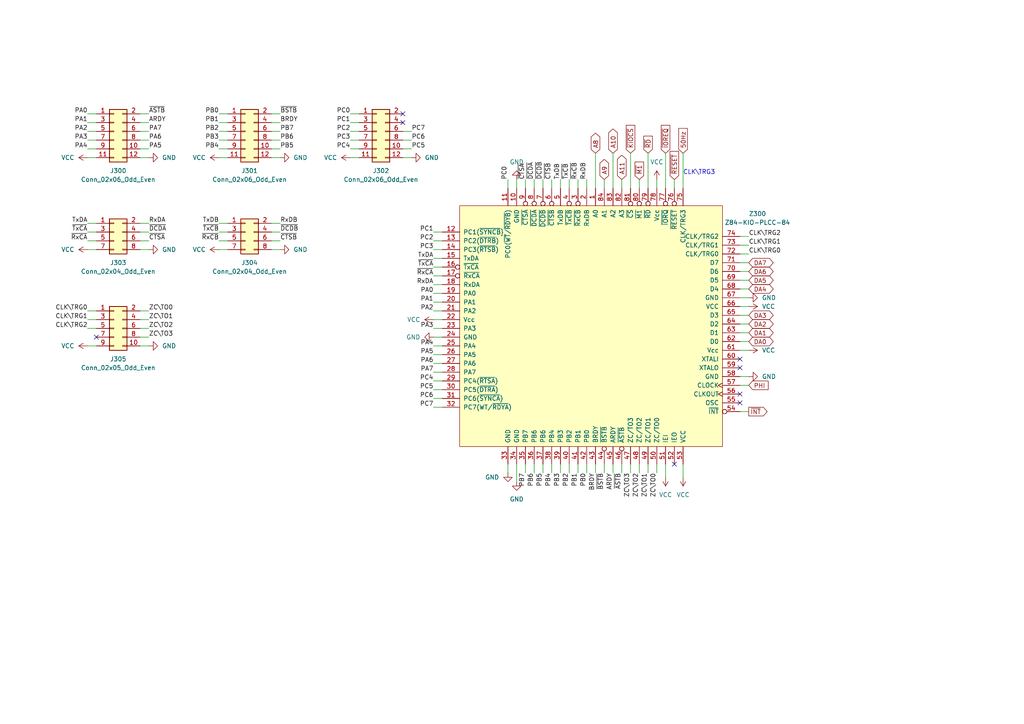
<source format=kicad_sch>
(kicad_sch (version 20211123) (generator eeschema)
  (paper "A4")
  (title_block (title "JupiterAce Z80 plus KIO and new memory format.") (date "2020-05-12") (rev "${REVNUM}") (company "Ontobus") (comment 1 "John Bradley") (comment 2 "https://creativecommons.org/licenses/by-nc-sa/4.0/") (comment 3 "Attribution-NonCommercial-ShareAlike 4.0 International License.") (comment 4 "This work is licensed under a Creative Commons "))
  (lib_symbols
    (symbol "Connector_Generic:Conn_02x04_Odd_Even" (pin_names (offset 1.016) hide)
      (property "Reference" "J" (at 1.27 5.08 0))
      (property "Value" "Conn_02x04_Odd_Even" (at 1.27 -7.62 0))
      (symbol "Conn_02x04_Odd_Even_1_1"
        (rectangle (start -1.27 -4.953) (end 0 -5.207) (stroke (width 0.1524)))
        (rectangle (start -1.27 -2.413) (end 0 -2.667) (stroke (width 0.1524)))
        (rectangle (start -1.27 0.127) (end 0 -0.127) (stroke (width 0.1524)))
        (rectangle (start -1.27 2.667) (end 0 2.413) (stroke (width 0.1524)))
        (rectangle (start -1.27 3.81) (end 3.81 -6.35) (stroke (width 0.254)) (fill (type background)))
        (rectangle (start 3.81 -4.953) (end 2.54 -5.207) (stroke (width 0.1524)))
        (rectangle (start 3.81 -2.413) (end 2.54 -2.667) (stroke (width 0.1524)))
        (rectangle (start 3.81 0.127) (end 2.54 -0.127) (stroke (width 0.1524)))
        (rectangle (start 3.81 2.667) (end 2.54 2.413) (stroke (width 0.1524)))
        (pin passive line (at -5.08 2.54 0) (length 3.81) (name "Pin_1") (number "1"))
        (pin passive line (at 7.62 2.54 180) (length 3.81) (name "Pin_2") (number "2"))
        (pin passive line (at -5.08 0 0) (length 3.81) (name "Pin_3") (number "3"))
        (pin passive line (at 7.62 0 180) (length 3.81) (name "Pin_4") (number "4"))
        (pin passive line (at -5.08 -2.54 0) (length 3.81) (name "Pin_5") (number "5"))
        (pin passive line (at 7.62 -2.54 180) (length 3.81) (name "Pin_6") (number "6"))
        (pin passive line (at -5.08 -5.08 0) (length 3.81) (name "Pin_7") (number "7"))
        (pin passive line (at 7.62 -5.08 180) (length 3.81) (name "Pin_8") (number "8"))
      )
    )
    (symbol "Connector_Generic:Conn_02x05_Odd_Even" (pin_names (offset 1.016) hide)
      (property "Reference" "J" (at 1.27 7.62 0))
      (property "Value" "Conn_02x05_Odd_Even" (at 1.27 -7.62 0))
      (symbol "Conn_02x05_Odd_Even_1_1"
        (rectangle (start -1.27 -4.953) (end 0 -5.207) (stroke (width 0.1524)))
        (rectangle (start -1.27 -2.413) (end 0 -2.667) (stroke (width 0.1524)))
        (rectangle (start -1.27 0.127) (end 0 -0.127) (stroke (width 0.1524)))
        (rectangle (start -1.27 2.667) (end 0 2.413) (stroke (width 0.1524)))
        (rectangle (start -1.27 5.207) (end 0 4.953) (stroke (width 0.1524)))
        (rectangle (start -1.27 6.35) (end 3.81 -6.35) (stroke (width 0.254)) (fill (type background)))
        (rectangle (start 3.81 -4.953) (end 2.54 -5.207) (stroke (width 0.1524)))
        (rectangle (start 3.81 -2.413) (end 2.54 -2.667) (stroke (width 0.1524)))
        (rectangle (start 3.81 0.127) (end 2.54 -0.127) (stroke (width 0.1524)))
        (rectangle (start 3.81 2.667) (end 2.54 2.413) (stroke (width 0.1524)))
        (rectangle (start 3.81 5.207) (end 2.54 4.953) (stroke (width 0.1524)))
        (pin passive line (at -5.08 5.08 0) (length 3.81) (name "Pin_1") (number "1"))
        (pin passive line (at 7.62 -5.08 180) (length 3.81) (name "Pin_10") (number "10"))
        (pin passive line (at 7.62 5.08 180) (length 3.81) (name "Pin_2") (number "2"))
        (pin passive line (at -5.08 2.54 0) (length 3.81) (name "Pin_3") (number "3"))
        (pin passive line (at 7.62 2.54 180) (length 3.81) (name "Pin_4") (number "4"))
        (pin passive line (at -5.08 0 0) (length 3.81) (name "Pin_5") (number "5"))
        (pin passive line (at 7.62 0 180) (length 3.81) (name "Pin_6") (number "6"))
        (pin passive line (at -5.08 -2.54 0) (length 3.81) (name "Pin_7") (number "7"))
        (pin passive line (at 7.62 -2.54 180) (length 3.81) (name "Pin_8") (number "8"))
        (pin passive line (at -5.08 -5.08 0) (length 3.81) (name "Pin_9") (number "9"))
      )
    )
    (symbol "Connector_Generic:Conn_02x06_Odd_Even" (pin_names (offset 1.016) hide)
      (property "Reference" "J" (at 1.27 7.62 0))
      (property "Value" "Conn_02x06_Odd_Even" (at 1.27 -10.16 0))
      (symbol "Conn_02x06_Odd_Even_1_1"
        (rectangle (start -1.27 -7.493) (end 0 -7.747) (stroke (width 0.1524)))
        (rectangle (start -1.27 -4.953) (end 0 -5.207) (stroke (width 0.1524)))
        (rectangle (start -1.27 -2.413) (end 0 -2.667) (stroke (width 0.1524)))
        (rectangle (start -1.27 0.127) (end 0 -0.127) (stroke (width 0.1524)))
        (rectangle (start -1.27 2.667) (end 0 2.413) (stroke (width 0.1524)))
        (rectangle (start -1.27 5.207) (end 0 4.953) (stroke (width 0.1524)))
        (rectangle (start -1.27 6.35) (end 3.81 -8.89) (stroke (width 0.254)) (fill (type background)))
        (rectangle (start 3.81 -7.493) (end 2.54 -7.747) (stroke (width 0.1524)))
        (rectangle (start 3.81 -4.953) (end 2.54 -5.207) (stroke (width 0.1524)))
        (rectangle (start 3.81 -2.413) (end 2.54 -2.667) (stroke (width 0.1524)))
        (rectangle (start 3.81 0.127) (end 2.54 -0.127) (stroke (width 0.1524)))
        (rectangle (start 3.81 2.667) (end 2.54 2.413) (stroke (width 0.1524)))
        (rectangle (start 3.81 5.207) (end 2.54 4.953) (stroke (width 0.1524)))
        (pin passive line (at -5.08 5.08 0) (length 3.81) (name "Pin_1") (number "1"))
        (pin passive line (at 7.62 -5.08 180) (length 3.81) (name "Pin_10") (number "10"))
        (pin passive line (at -5.08 -7.62 0) (length 3.81) (name "Pin_11") (number "11"))
        (pin passive line (at 7.62 -7.62 180) (length 3.81) (name "Pin_12") (number "12"))
        (pin passive line (at 7.62 5.08 180) (length 3.81) (name "Pin_2") (number "2"))
        (pin passive line (at -5.08 2.54 0) (length 3.81) (name "Pin_3") (number "3"))
        (pin passive line (at 7.62 2.54 180) (length 3.81) (name "Pin_4") (number "4"))
        (pin passive line (at -5.08 0 0) (length 3.81) (name "Pin_5") (number "5"))
        (pin passive line (at 7.62 0 180) (length 3.81) (name "Pin_6") (number "6"))
        (pin passive line (at -5.08 -2.54 0) (length 3.81) (name "Pin_7") (number "7"))
        (pin passive line (at 7.62 -2.54 180) (length 3.81) (name "Pin_8") (number "8"))
        (pin passive line (at -5.08 -5.08 0) (length 3.81) (name "Pin_9") (number "9"))
      )
    )
    (symbol "Zilog_Z80_Peripherals:KIO-PLCC-84" (pin_names (offset 1.016))
      (property "Reference" "Z" (at 29.21 -27.94 0))
      (property "Value" "KIO-PLCC-84" (at 31.75 -24.13 0))
      (symbol "KIO-PLCC-84_0_1"
        (rectangle (start 0 0) (end 76.2 -69.85) (fill (type background)))
      )
      (symbol "KIO-PLCC-84_1_1"
        (pin input line (at 39.37 5.08 270) (length 5.08) (name "A0") (number "1"))
        (pin power_in line (at 16.51 5.08 270) (length 5.08) (name "GND") (number "10"))
        (pin tri_state line (at 13.97 5.08 270) (length 5.08) (name "PC0(~{WT}/~{RDYB})") (number "11"))
        (pin tri_state line (at -5.08 -7.62 0) (length 5.08) (name "PC1(~{SYNCB}}") (number "12"))
        (pin tri_state line (at -5.08 -10.16 0) (length 5.08) (name "PC2(~{DTRB})") (number "13"))
        (pin tri_state line (at -5.08 -12.7 0) (length 5.08) (name "PC3(~{RTSB})") (number "14"))
        (pin output line (at -5.08 -15.24 0) (length 5.08) (name "TxDA") (number "15"))
        (pin input inverted (at -5.08 -17.78 0) (length 5.08) (name "~{TxCA}") (number "16"))
        (pin input inverted (at -5.08 -20.32 0) (length 5.08) (name "~{RxCA}") (number "17"))
        (pin input line (at -5.08 -22.86 0) (length 5.08) (name "RxDA") (number "18"))
        (pin tri_state line (at -5.08 -25.4 0) (length 5.08) (name "PA0") (number "19"))
        (pin input line (at 36.83 5.08 270) (length 5.08) (name "RxDB") (number "2"))
        (pin tri_state line (at -5.08 -27.94 0) (length 5.08) (name "PA1") (number "20"))
        (pin tri_state line (at -5.08 -30.48 0) (length 5.08) (name "PA2") (number "21"))
        (pin power_in line (at -5.08 -33.02 0) (length 5.08) (name "Vcc") (number "22"))
        (pin tri_state line (at -5.08 -35.56 0) (length 5.08) (name "PA3") (number "23"))
        (pin power_in line (at -5.08 -38.1 0) (length 5.08) (name "GND") (number "24"))
        (pin tri_state line (at -5.08 -40.64 0) (length 5.08) (name "PA4") (number "25"))
        (pin tri_state line (at -5.08 -43.18 0) (length 5.08) (name "PA5") (number "26"))
        (pin tri_state line (at -5.08 -45.72 0) (length 5.08) (name "PA6") (number "27"))
        (pin tri_state line (at -5.08 -48.26 0) (length 5.08) (name "PA7") (number "28"))
        (pin tri_state line (at -5.08 -50.8 0) (length 5.08) (name "PC4(~{RTSA})") (number "29"))
        (pin input inverted (at 34.29 5.08 270) (length 5.08) (name "~{RxCB}") (number "3"))
        (pin tri_state line (at -5.08 -53.34 0) (length 5.08) (name "PC5(~{DTRA})") (number "30"))
        (pin tri_state line (at -5.08 -55.88 0) (length 5.08) (name "PC6(~{SYNCA})") (number "31"))
        (pin tri_state line (at -5.08 -58.42 0) (length 5.08) (name "PC7(WT/~{RDYA})") (number "32"))
        (pin power_in line (at 13.97 -74.93 90) (length 5.08) (name "GND") (number "33"))
        (pin power_in line (at 16.51 -74.93 90) (length 5.08) (name "GND") (number "34"))
        (pin tri_state line (at 19.05 -74.93 90) (length 5.08) (name "PB7") (number "35"))
        (pin tri_state line (at 21.59 -74.93 90) (length 5.08) (name "PB6") (number "36"))
        (pin tri_state line (at 24.13 -74.93 90) (length 5.08) (name "PB6") (number "37"))
        (pin tri_state line (at 26.67 -74.93 90) (length 5.08) (name "PB4") (number "38"))
        (pin tri_state line (at 29.21 -74.93 90) (length 5.08) (name "PB3") (number "39"))
        (pin input inverted (at 31.75 5.08 270) (length 5.08) (name "~{TxCB}") (number "4"))
        (pin tri_state line (at 31.75 -74.93 90) (length 5.08) (name "PB2") (number "40"))
        (pin tri_state line (at 34.29 -74.93 90) (length 5.08) (name "PB1") (number "41"))
        (pin tri_state line (at 36.83 -74.93 90) (length 5.08) (name "PB0") (number "42"))
        (pin output line (at 39.37 -74.93 90) (length 5.08) (name "BRDY") (number "43"))
        (pin input inverted (at 41.91 -74.93 90) (length 5.08) (name "~{BSTB}") (number "44"))
        (pin output line (at 44.45 -74.93 90) (length 5.08) (name "ARDY") (number "45"))
        (pin input inverted (at 46.99 -74.93 90) (length 5.08) (name "~{ASTB}") (number "46"))
        (pin output line (at 49.53 -74.93 90) (length 5.08) (name "ZC/TO3") (number "47"))
        (pin output line (at 52.07 -74.93 90) (length 5.08) (name "ZC/TO2") (number "48"))
        (pin output line (at 54.61 -74.93 90) (length 5.08) (name "ZC/TO1") (number "49"))
        (pin output line (at 29.21 5.08 270) (length 5.08) (name "TxDB") (number "5"))
        (pin output line (at 57.15 -74.93 90) (length 5.08) (name "ZC/TO0") (number "50"))
        (pin input line (at 59.69 -74.93 90) (length 5.08) (name "IEI") (number "51"))
        (pin output line (at 62.23 -74.93 90) (length 5.08) (name "IEO") (number "52"))
        (pin power_in line (at 64.77 -74.93 90) (length 5.08) (name "VCC") (number "53"))
        (pin open_collector inverted (at 81.28 -59.69 180) (length 5.08) (name "~{INT}") (number "54"))
        (pin output line (at 81.28 -57.15 180) (length 5.08) (name "OSC") (number "55"))
        (pin output clock (at 81.28 -54.61 180) (length 5.08) (name "CLKOUT") (number "56"))
        (pin input clock (at 81.28 -52.07 180) (length 5.08) (name "CLOCK") (number "57"))
        (pin power_in line (at 81.28 -49.53 180) (length 5.08) (name "GND") (number "58"))
        (pin output line (at 81.28 -46.99 180) (length 5.08) (name "XTALO") (number "59"))
        (pin input inverted (at 26.67 5.08 270) (length 5.08) (name "~{CTSB}") (number "6"))
        (pin input line (at 81.28 -44.45 180) (length 5.08) (name "XTALI") (number "60"))
        (pin power_in line (at 81.28 -41.91 180) (length 5.08) (name "Vcc") (number "61"))
        (pin bidirectional line (at 81.28 -39.37 180) (length 5.08) (name "D0") (number "62"))
        (pin bidirectional line (at 81.28 -36.83 180) (length 5.08) (name "D1") (number "63"))
        (pin bidirectional line (at 81.28 -34.29 180) (length 5.08) (name "D2") (number "64"))
        (pin bidirectional line (at 81.28 -31.75 180) (length 5.08) (name "D3") (number "65"))
        (pin power_in line (at 81.28 -29.21 180) (length 5.08) (name "VCC") (number "66"))
        (pin power_in line (at 81.28 -26.67 180) (length 5.08) (name "GND") (number "67"))
        (pin bidirectional line (at 81.28 -24.13 180) (length 5.08) (name "D4") (number "68"))
        (pin bidirectional line (at 81.28 -21.59 180) (length 5.08) (name "D5") (number "69"))
        (pin input inverted (at 24.13 5.08 270) (length 5.08) (name "~{DCDB}") (number "7"))
        (pin bidirectional line (at 81.28 -19.05 180) (length 5.08) (name "D6") (number "70"))
        (pin bidirectional line (at 81.28 -16.51 180) (length 5.08) (name "D7") (number "71"))
        (pin input line (at 81.28 -13.97 180) (length 5.08) (name "CLK/TRG0") (number "72"))
        (pin input line (at 81.28 -11.43 180) (length 5.08) (name "CLK/TRG1") (number "73"))
        (pin input line (at 81.28 -8.89 180) (length 5.08) (name "CLK/TRG2") (number "74"))
        (pin input line (at 64.77 5.08 270) (length 5.08) (name "CLK/TRG3") (number "75"))
        (pin input inverted (at 62.23 5.08 270) (length 5.08) (name "~{RESET}") (number "76"))
        (pin input inverted (at 59.69 5.08 270) (length 5.08) (name "~{IORQ}") (number "77"))
        (pin power_in line (at 57.15 5.08 270) (length 5.08) (name "Vcc") (number "78"))
        (pin input inverted (at 54.61 5.08 270) (length 5.08) (name "~{RD}") (number "79"))
        (pin input inverted (at 21.59 5.08 270) (length 5.08) (name "~{DCDA}") (number "8"))
        (pin input inverted (at 52.07 5.08 270) (length 5.08) (name "~{M1}") (number "80"))
        (pin input inverted (at 49.53 5.08 270) (length 5.08) (name "~{CS}") (number "81"))
        (pin input line (at 46.99 5.08 270) (length 5.08) (name "A3") (number "82"))
        (pin input line (at 44.45 5.08 270) (length 5.08) (name "A2") (number "83"))
        (pin input line (at 41.91 5.08 270) (length 5.08) (name "A1") (number "84"))
        (pin input inverted (at 19.05 5.08 270) (length 5.08) (name "~{CTSA}") (number "9"))
      )
    )
    (symbol "power:GND" (power) (pin_names (offset 0))
      (property "Value" "GND" (at 0 -3.81 0))
      (symbol "GND_0_1"
        (polyline (pts (xy 0 0) (xy 0 -1.27) (xy 1.27 -1.27) (xy 0 -2.54) (xy -1.27 -1.27) (xy 0 -1.27)))
      )
      (symbol "GND_1_1"
        (pin power_in line (at 0 0 270) (length 0) hide (name "GND") (number "1"))
      )
    )
    (symbol "power:VCC" (power) (pin_names (offset 0))
      (property "Value" "VCC" (at 0 3.81 0))
      (symbol "VCC_0_1"
        (polyline (pts (xy -0.762 1.27) (xy 0 2.54)))
        (polyline (pts (xy 0 0) (xy 0 2.54)))
        (polyline (pts (xy 0 2.54) (xy 0.762 1.27)))
      )
      (symbol "VCC_1_1"
        (pin power_in line (at 0 0 90) (length 0) hide (name "VCC") (number "1"))
      )
    )
  )
  (no_connect (at 214.63 106.68))
  (no_connect (at 116.84 35.56))
  (no_connect (at 214.63 104.14))
  (no_connect (at 195.58 134.62))
  (no_connect (at 214.63 116.84))
  (no_connect (at 214.63 114.3))
  (no_connect (at 116.84 33.02))
  (no_connect (at 27.94 97.79))
  (wire (pts (xy 128.27 74.93) (xy 125.73 74.93)))
  (wire (pts (xy 116.84 38.1) (xy 119.38 38.1)))
  (wire (pts (xy 78.74 69.85) (xy 81.28 69.85)))
  (wire (pts (xy 152.4 54.61) (xy 152.4 52.07)))
  (wire (pts (xy 78.74 45.72) (xy 81.28 45.72)))
  (wire (pts (xy 214.63 91.44) (xy 217.17 91.44)))
  (wire (pts (xy 214.63 93.98) (xy 217.17 93.98)))
  (wire (pts (xy 182.88 54.61) (xy 182.88 44.45)))
  (wire (pts (xy 116.84 43.18) (xy 119.38 43.18)))
  (wire (pts (xy 104.14 40.64) (xy 101.6 40.64)))
  (wire (pts (xy 149.86 134.62) (xy 149.86 139.7)))
  (wire (pts (xy 128.27 100.33) (xy 125.73 100.33)))
  (wire (pts (xy 40.64 33.02) (xy 43.18 33.02)))
  (wire (pts (xy 198.12 44.45) (xy 198.12 54.61)))
  (wire (pts (xy 63.5 72.39) (xy 66.04 72.39)))
  (wire (pts (xy 214.63 81.28) (xy 217.17 81.28)))
  (wire (pts (xy 214.63 96.52) (xy 217.17 96.52)))
  (wire (pts (xy 66.04 69.85) (xy 63.5 69.85)))
  (wire (pts (xy 40.64 43.18) (xy 43.18 43.18)))
  (wire (pts (xy 25.4 100.33) (xy 27.94 100.33)))
  (wire (pts (xy 27.94 90.17) (xy 25.4 90.17)))
  (wire (pts (xy 147.32 134.62) (xy 147.32 137.16)))
  (wire (pts (xy 104.14 35.56) (xy 101.6 35.56)))
  (wire (pts (xy 193.04 138.43) (xy 193.04 134.62)))
  (wire (pts (xy 40.64 64.77) (xy 43.18 64.77)))
  (wire (pts (xy 190.5 52.07) (xy 190.5 54.61)))
  (wire (pts (xy 128.27 90.17) (xy 125.73 90.17)))
  (wire (pts (xy 78.74 67.31) (xy 81.28 67.31)))
  (wire (pts (xy 116.84 40.64) (xy 119.38 40.64)))
  (wire (pts (xy 157.48 134.62) (xy 157.48 137.16)))
  (wire (pts (xy 66.04 38.1) (xy 63.5 38.1)))
  (wire (pts (xy 214.63 78.74) (xy 217.17 78.74)))
  (wire (pts (xy 40.64 45.72) (xy 43.18 45.72)))
  (wire (pts (xy 185.42 54.61) (xy 185.42 52.07)))
  (wire (pts (xy 27.94 40.64) (xy 25.4 40.64)))
  (wire (pts (xy 177.8 54.61) (xy 177.8 44.45)))
  (wire (pts (xy 40.64 67.31) (xy 43.18 67.31)))
  (wire (pts (xy 27.94 38.1) (xy 25.4 38.1)))
  (wire (pts (xy 214.63 99.06) (xy 217.17 99.06)))
  (wire (pts (xy 128.27 67.31) (xy 125.73 67.31)))
  (wire (pts (xy 214.63 119.38) (xy 217.17 119.38)))
  (wire (pts (xy 214.63 68.58) (xy 217.17 68.58)))
  (wire (pts (xy 128.27 118.11) (xy 125.73 118.11)))
  (wire (pts (xy 78.74 72.39) (xy 81.28 72.39)))
  (wire (pts (xy 128.27 102.87) (xy 125.73 102.87)))
  (wire (pts (xy 172.72 54.61) (xy 172.72 44.45)))
  (wire (pts (xy 187.96 54.61) (xy 187.96 44.45)))
  (wire (pts (xy 214.63 71.12) (xy 217.17 71.12)))
  (wire (pts (xy 40.64 72.39) (xy 43.18 72.39)))
  (wire (pts (xy 180.34 134.62) (xy 180.34 137.16)))
  (wire (pts (xy 40.64 97.79) (xy 43.18 97.79)))
  (wire (pts (xy 165.1 134.62) (xy 165.1 137.16)))
  (wire (pts (xy 128.27 87.63) (xy 125.73 87.63)))
  (wire (pts (xy 27.94 35.56) (xy 25.4 35.56)))
  (wire (pts (xy 128.27 95.25) (xy 125.73 95.25)))
  (wire (pts (xy 128.27 72.39) (xy 125.73 72.39)))
  (wire (pts (xy 128.27 85.09) (xy 125.73 85.09)))
  (wire (pts (xy 40.64 100.33) (xy 43.18 100.33)))
  (wire (pts (xy 160.02 134.62) (xy 160.02 137.16)))
  (wire (pts (xy 27.94 67.31) (xy 25.4 67.31)))
  (wire (pts (xy 167.64 54.61) (xy 167.64 52.07)))
  (wire (pts (xy 40.64 38.1) (xy 43.18 38.1)))
  (wire (pts (xy 104.14 38.1) (xy 101.6 38.1)))
  (wire (pts (xy 78.74 43.18) (xy 81.28 43.18)))
  (wire (pts (xy 177.8 134.62) (xy 177.8 137.16)))
  (wire (pts (xy 187.96 134.62) (xy 187.96 137.16)))
  (wire (pts (xy 40.64 35.56) (xy 43.18 35.56)))
  (wire (pts (xy 195.58 54.61) (xy 195.58 52.07)))
  (wire (pts (xy 27.94 95.25) (xy 25.4 95.25)))
  (wire (pts (xy 214.63 109.22) (xy 217.17 109.22)))
  (wire (pts (xy 25.4 72.39) (xy 27.94 72.39)))
  (wire (pts (xy 104.14 33.02) (xy 101.6 33.02)))
  (wire (pts (xy 40.64 40.64) (xy 43.18 40.64)))
  (wire (pts (xy 214.63 86.36) (xy 217.17 86.36)))
  (wire (pts (xy 162.56 134.62) (xy 162.56 137.16)))
  (wire (pts (xy 185.42 134.62) (xy 185.42 137.16)))
  (wire (pts (xy 128.27 105.41) (xy 125.73 105.41)))
  (wire (pts (xy 40.64 95.25) (xy 43.18 95.25)))
  (wire (pts (xy 214.63 76.2) (xy 217.17 76.2)))
  (wire (pts (xy 101.6 45.72) (xy 104.14 45.72)))
  (wire (pts (xy 63.5 45.72) (xy 66.04 45.72)))
  (wire (pts (xy 27.94 64.77) (xy 25.4 64.77)))
  (wire (pts (xy 198.12 138.43) (xy 198.12 134.62)))
  (wire (pts (xy 162.56 54.61) (xy 162.56 52.07)))
  (wire (pts (xy 214.63 73.66) (xy 217.17 73.66)))
  (wire (pts (xy 165.1 54.61) (xy 165.1 52.07)))
  (wire (pts (xy 128.27 113.03) (xy 125.73 113.03)))
  (wire (pts (xy 78.74 38.1) (xy 81.28 38.1)))
  (wire (pts (xy 116.84 45.72) (xy 119.38 45.72)))
  (wire (pts (xy 66.04 64.77) (xy 63.5 64.77)))
  (wire (pts (xy 128.27 77.47) (xy 125.73 77.47)))
  (wire (pts (xy 66.04 43.18) (xy 63.5 43.18)))
  (wire (pts (xy 128.27 69.85) (xy 125.73 69.85)))
  (wire (pts (xy 180.34 54.61) (xy 180.34 52.07)))
  (wire (pts (xy 78.74 35.56) (xy 81.28 35.56)))
  (wire (pts (xy 217.17 101.6) (xy 214.63 101.6)))
  (wire (pts (xy 25.4 45.72) (xy 27.94 45.72)))
  (wire (pts (xy 214.63 83.82) (xy 217.17 83.82)))
  (wire (pts (xy 175.26 54.61) (xy 175.26 52.07)))
  (wire (pts (xy 217.17 88.9) (xy 214.63 88.9)))
  (wire (pts (xy 157.48 54.61) (xy 157.48 52.07)))
  (wire (pts (xy 78.74 64.77) (xy 81.28 64.77)))
  (wire (pts (xy 128.27 82.55) (xy 125.73 82.55)))
  (wire (pts (xy 78.74 40.64) (xy 81.28 40.64)))
  (wire (pts (xy 66.04 67.31) (xy 63.5 67.31)))
  (wire (pts (xy 182.88 134.62) (xy 182.88 137.16)))
  (wire (pts (xy 66.04 33.02) (xy 63.5 33.02)))
  (wire (pts (xy 190.5 134.62) (xy 190.5 137.16)))
  (wire (pts (xy 27.94 92.71) (xy 25.4 92.71)))
  (wire (pts (xy 160.02 54.61) (xy 160.02 52.07)))
  (wire (pts (xy 149.86 54.61) (xy 149.86 52.07)))
  (wire (pts (xy 128.27 115.57) (xy 125.73 115.57)))
  (wire (pts (xy 40.64 92.71) (xy 43.18 92.71)))
  (wire (pts (xy 172.72 134.62) (xy 172.72 137.16)))
  (wire (pts (xy 104.14 43.18) (xy 101.6 43.18)))
  (wire (pts (xy 128.27 80.01) (xy 125.73 80.01)))
  (wire (pts (xy 154.94 54.61) (xy 154.94 52.07)))
  (wire (pts (xy 40.64 69.85) (xy 43.18 69.85)))
  (wire (pts (xy 170.18 54.61) (xy 170.18 52.07)))
  (wire (pts (xy 128.27 97.79) (xy 125.73 97.79)))
  (wire (pts (xy 193.04 54.61) (xy 193.04 44.45)))
  (wire (pts (xy 152.4 134.62) (xy 152.4 137.16)))
  (wire (pts (xy 214.63 111.76) (xy 217.17 111.76)))
  (wire (pts (xy 167.64 134.62) (xy 167.64 137.16)))
  (wire (pts (xy 154.94 134.62) (xy 154.94 137.16)))
  (wire (pts (xy 78.74 33.02) (xy 81.28 33.02)))
  (wire (pts (xy 66.04 35.56) (xy 63.5 35.56)))
  (wire (pts (xy 27.94 33.02) (xy 25.4 33.02)))
  (wire (pts (xy 40.64 90.17) (xy 43.18 90.17)))
  (wire (pts (xy 125.73 92.71) (xy 128.27 92.71)))
  (wire (pts (xy 27.94 69.85) (xy 25.4 69.85)))
  (wire (pts (xy 170.18 134.62) (xy 170.18 137.16)))
  (wire (pts (xy 128.27 107.95) (xy 125.73 107.95)))
  (wire (pts (xy 175.26 134.62) (xy 175.26 137.16)))
  (wire (pts (xy 147.32 54.61) (xy 147.32 52.07)))
  (wire (pts (xy 66.04 40.64) (xy 63.5 40.64)))
  (wire (pts (xy 128.27 110.49) (xy 125.73 110.49)))
  (wire (pts (xy 27.94 43.18) (xy 25.4 43.18)))
  (text "CLK\\TRG3" (at 198.12 50.8 0) (effects (font (size 1.27 1.27)) (justify left bottom)))
  (label "PC7" (at 119.38 38.1 0))
  (label "PA1" (at 125.73 87.63 0))
  (label "PA5" (at 43.18 43.18 0))
  (label "PC0" (at 147.32 52.07 90))
  (label "~{CTSA}" (at 43.18 69.85 0))
  (label "ZC\\TO3" (at 182.88 137.16 90))
  (label "PB1" (at 167.64 137.16 90))
  (label "PB4" (at 160.02 137.16 90))
  (label "TxDB" (at 162.56 52.07 90))
  (label "~{TxCB}" (at 63.5 67.31 0))
  (label "CLK\\TRG0" (at 25.4 90.17 0))
  (label "PB7" (at 152.4 137.16 90))
  (label "PC4" (at 101.6 43.18 0))
  (label "PA6" (at 125.73 105.41 0))
  (label "~{BSTB}" (at 175.26 137.16 90))
  (label "~{RxCA}" (at 125.73 80.01 0))
  (label "~{CTSB}" (at 81.28 69.85 0))
  (label "ZC\\TO2" (at 185.42 137.16 90))
  (label "PC7" (at 125.73 118.11 0))
  (label "PB6" (at 154.94 137.16 90))
  (label "PC4" (at 125.73 110.49 0))
  (label "CLK\\TRG1" (at 217.17 71.12 0))
  (label "~{CTSB}" (at 160.02 52.07 90))
  (label "PA5" (at 125.73 102.87 0))
  (label "PB2" (at 63.5 38.1 0))
  (label "PC3" (at 101.6 40.64 0))
  (label "ARDY" (at 177.8 137.16 90))
  (label "PC0" (at 101.6 33.02 0))
  (label "~{RxCB}" (at 167.64 52.07 90))
  (label "PB0" (at 170.18 137.16 90))
  (label "PA3" (at 125.73 95.25 0))
  (label "CLK\\TRG0" (at 217.17 73.66 0))
  (label "PA4" (at 125.73 100.33 0))
  (label "PB3" (at 162.56 137.16 90))
  (label "~{TxCB}" (at 165.1 52.07 90))
  (label "PC6" (at 119.38 40.64 0))
  (label "RxDA" (at 125.73 82.55 0))
  (label "~{DCDA}" (at 43.18 67.31 0))
  (label "~{ASTB}" (at 43.18 33.02 0))
  (label "CLK\\TRG2" (at 217.17 68.58 0))
  (label "PA1" (at 25.4 35.56 0))
  (label "~{ASTB}" (at 180.34 137.16 90))
  (label "PA6" (at 43.18 40.64 0))
  (label "~{BSTB}" (at 81.28 33.02 0))
  (label "PB6" (at 81.28 40.64 0))
  (label "RxDA" (at 43.18 64.77 0))
  (label "ARDY" (at 43.18 35.56 0))
  (label "PA4" (at 25.4 43.18 0))
  (label "~{RxCB}" (at 63.5 69.85 0))
  (label "PB0" (at 63.5 33.02 0))
  (label "ZC\\TO0" (at 43.18 90.17 0))
  (label "PA2" (at 25.4 38.1 0))
  (label "PA2" (at 125.73 90.17 0))
  (label "~{DCDB}" (at 81.28 67.31 0))
  (label "~{DCDB}" (at 157.48 52.07 90))
  (label "TxDA" (at 125.73 74.93 0))
  (label "~{DCDA}" (at 154.94 52.07 90))
  (label "PA3" (at 25.4 40.64 0))
  (label "ZC\\TO1" (at 187.96 137.16 90))
  (label "TxDB" (at 63.5 64.77 0))
  (label "PC6" (at 125.73 115.57 0))
  (label "ZC\\TO2" (at 43.18 95.25 0))
  (label "CLK\\TRG1" (at 25.4 92.71 0))
  (label "TxDA" (at 25.4 64.77 0))
  (label "PC2" (at 101.6 38.1 0))
  (label "ZC\\TO1" (at 43.18 92.71 0))
  (label "PB3" (at 63.5 40.64 0))
  (label "PC1" (at 125.73 67.31 0))
  (label "PA0" (at 25.4 33.02 0))
  (label "PB5" (at 81.28 43.18 0))
  (label "~{TxCA}" (at 125.73 77.47 0))
  (label "RxDB" (at 81.28 64.77 0))
  (label "PC1" (at 101.6 35.56 0))
  (label "BRDY" (at 81.28 35.56 0))
  (label "PA0" (at 125.73 85.09 0))
  (label "CLK\\TRG2" (at 25.4 95.25 0))
  (label "PB7" (at 81.28 38.1 0))
  (label "~{RxCA}" (at 25.4 69.85 0))
  (label "RxDB" (at 170.18 52.07 90))
  (label "PB1" (at 63.5 35.56 0))
  (label "~{TxCA}" (at 25.4 67.31 0))
  (label "ZC\\TO0" (at 190.5 137.16 90))
  (label "BRDY" (at 172.72 137.16 90))
  (label "PC5" (at 125.73 113.03 0))
  (label "PA7" (at 43.18 38.1 0))
  (label "PC2" (at 125.73 69.85 0))
  (label "PB2" (at 165.1 137.16 90))
  (label "PA7" (at 125.73 107.95 0))
  (label "PC5" (at 119.38 43.18 0))
  (label "PC3" (at 125.73 72.39 0))
  (label "PB4" (at 63.5 43.18 0))
  (label "~{CTSA}" (at 152.4 52.07 90))
  (label "ZC\\TO3" (at 43.18 97.79 0))
  (label "PB5" (at 157.48 137.16 90))
  (global_label "~{INT}" (shape output) (at 217.17 119.38 0) (property "Intersheet References" "${INTERSHEET_REFS}" (at 222.3971 119.3006 0) (effects (justify left))))
  (global_label "~{KIOCS}" (shape input) (at 182.88 44.45 90) (property "Intersheet References" "${INTERSHEET_REFS}" (at 182.8006 36.441 90) (effects (justify left))))
  (global_label "A9" (shape bidirectional) (at 175.26 52.07 90) (property "Intersheet References" "${INTERSHEET_REFS}" (at 175.1806 47.4477 90) (effects (justify left))))
  (global_label "~{RESET}" (shape input) (at 195.58 52.07 90) (property "Intersheet References" "${INTERSHEET_REFS}" (at 195.5006 44.0006 90) (effects (justify left))))
  (global_label "DA4" (shape bidirectional) (at 217.17 83.82 0) (property "Intersheet References" "${INTERSHEET_REFS}" (at 223.0623 83.7406 0) (effects (justify left))))
  (global_label "~{M1}" (shape input) (at 185.42 52.07 90) (property "Intersheet References" "${INTERSHEET_REFS}" (at 185.3406 47.0848 90) (effects (justify left))))
  (global_label "DA3" (shape bidirectional) (at 217.17 91.44 0) (property "Intersheet References" "${INTERSHEET_REFS}" (at 223.0623 91.3606 0) (effects (justify left))))
  (global_label "DA0" (shape bidirectional) (at 217.17 99.06 0) (property "Intersheet References" "${INTERSHEET_REFS}" (at 223.0623 98.9806 0) (effects (justify left))))
  (global_label "A10" (shape bidirectional) (at 177.8 44.45 90) (property "Intersheet References" "${INTERSHEET_REFS}" (at 177.7206 38.6182 90) (effects (justify left))))
  (global_label "DA5" (shape bidirectional) (at 217.17 81.28 0) (property "Intersheet References" "${INTERSHEET_REFS}" (at 223.0623 81.2006 0) (effects (justify left))))
  (global_label "DA7" (shape bidirectional) (at 217.17 76.2 0) (property "Intersheet References" "${INTERSHEET_REFS}" (at 223.0623 76.1206 0) (effects (justify left))))
  (global_label "A8" (shape bidirectional) (at 172.72 44.45 90) (property "Intersheet References" "${INTERSHEET_REFS}" (at 172.6406 39.8277 90) (effects (justify left))))
  (global_label "50Hz" (shape input) (at 198.12 44.45 90) (property "Intersheet References" "${INTERSHEET_REFS}" (at 198.1994 37.3482 90) (effects (justify left))))
  (global_label "DA6" (shape bidirectional) (at 217.17 78.74 0) (property "Intersheet References" "${INTERSHEET_REFS}" (at 223.0623 78.6606 0) (effects (justify left))))
  (global_label "A11" (shape bidirectional) (at 180.34 52.07 90) (property "Intersheet References" "${INTERSHEET_REFS}" (at 180.2606 46.2382 90) (effects (justify left))))
  (global_label "DA1" (shape bidirectional) (at 217.17 96.52 0) (property "Intersheet References" "${INTERSHEET_REFS}" (at 223.0623 96.4406 0) (effects (justify left))))
  (global_label "~{IOREQ}" (shape input) (at 193.04 44.45 90) (property "Intersheet References" "${INTERSHEET_REFS}" (at 192.9606 36.441 90) (effects (justify left))))
  (global_label "PHI" (shape input) (at 217.17 111.76 0) (property "Intersheet References" "${INTERSHEET_REFS}" (at 222.6994 111.6806 0) (effects (justify left))))
  (global_label "~{RD}" (shape input) (at 187.96 44.45 90) (property "Intersheet References" "${INTERSHEET_REFS}" (at 187.8806 39.5858 90) (effects (justify left))))
  (global_label "DA2" (shape bidirectional) (at 217.17 93.98 0) (property "Intersheet References" "${INTERSHEET_REFS}" (at 223.0623 93.9006 0) (effects (justify left))))
  (symbol (lib_id "Zilog_Z80_Peripherals:KIO-PLCC-84") (at 133.35 59.69 0) (unit 1)
    (property "Reference" "Z300" (at 219.71 62.0012 0))
    (property "Value" "Z84-KIO-PLCC-84" (at 219.71 64.5412 0))
    (property "Footprint" "ExtraFootprints:PLCC-84_THT-Socket" (effects hide))
    (property "Datasheet" "https://www.zilog.com/docs/z80/ps0118.pdf" (effects hide))
    (property "Manufacturer_Name" "Zilog" (effects hide))
    (property "Manufacturer_Part_Number" "Z84C9010VEG" (effects hide))
  )
  (symbol (lib_id "power:GND") (at 147.32 137.16 0) (unit 1)
    (property "Reference" "#~PWR0107" (effects hide))
    (property "Value" "GND" (at 144.78 138.4299 0) (effects (justify right)))
  )
  (symbol (lib_id "Connector_Generic:Conn_02x06_Odd_Even") (at 33.02 38.1 0) (unit 1)
    (property "Reference" "J300" (at 34.29 49.53 0))
    (property "Value" "Conn_02x06_Odd_Even" (at 34.29 52.07 0))
    (property "Footprint" "Connector_PinHeader_2.54mm:PinHeader_2x06_P2.54mm_Vertical" (effects hide))
    (property "Manufacturer_Name" "SAMTEC" (effects hide))
    (property "Manufacturer_Part_Number" "HTSW-106-08-S-D " (effects hide))
  )
  (symbol (lib_id "power:VCC") (at 198.12 138.43 180) (unit 1)
    (property "Reference" "#~PWR0108" (effects hide))
    (property "Value" "VCC" (at 198.12 143.51 0))
  )
  (symbol (lib_id "power:GND") (at 149.86 139.7 0) (unit 1)
    (property "Reference" "#~PWR0109" (effects hide))
    (property "Value" "GND" (at 149.86 144.78 0))
  )
  (symbol (lib_id "power:GND") (at 217.17 109.22 90) (unit 1)
    (property "Reference" "#~PWR0138" (effects hide))
    (property "Value" "GND" (at 220.98 109.2199 90) (effects (justify right)))
  )
  (symbol (lib_id "power:GND") (at 217.17 86.36 90) (unit 1)
    (property "Reference" "#~PWR0147" (effects hide))
    (property "Value" "GND" (at 220.98 86.3599 90) (effects (justify right)))
  )
  (symbol (lib_id "power:GND") (at 149.86 52.07 180) (unit 1)
    (property "Reference" "#~PWR0157" (effects hide))
    (property "Value" "GND" (at 149.86 46.99 0))
  )
  (symbol (lib_id "power:GND") (at 125.73 97.79 270) (unit 1)
    (property "Reference" "#~PWR0158" (effects hide))
    (property "Value" "GND" (at 121.92 97.7899 90) (effects (justify right)))
  )
  (symbol (lib_id "power:VCC") (at 217.17 101.6 270) (unit 1)
    (property "Reference" "#~PWR0159" (effects hide))
    (property "Value" "VCC" (at 220.98 101.5999 90) (effects (justify left)))
  )
  (symbol (lib_id "power:VCC") (at 217.17 88.9 270) (unit 1)
    (property "Reference" "#~PWR0160" (effects hide))
    (property "Value" "VCC" (at 220.98 88.8999 90) (effects (justify left)))
  )
  (symbol (lib_id "power:VCC") (at 125.73 92.71 90) (unit 1)
    (property "Reference" "#~PWR0172" (effects hide))
    (property "Value" "VCC" (at 121.92 92.7099 90) (effects (justify left)))
  )
  (symbol (lib_id "Connector_Generic:Conn_02x06_Odd_Even") (at 71.12 38.1 0) (unit 1)
    (property "Reference" "J301" (at 72.39 49.53 0))
    (property "Value" "Conn_02x06_Odd_Even" (at 72.39 52.07 0))
    (property "Footprint" "Connector_PinHeader_2.54mm:PinHeader_2x06_P2.54mm_Vertical" (effects hide))
    (property "Manufacturer_Name" "SAMTEC" (effects hide))
    (property "Manufacturer_Part_Number" "HTSW-106-08-S-D " (effects hide))
  )
  (symbol (lib_id "power:VCC") (at 190.5 52.07 0) (unit 1)
    (property "Reference" "#~PWR0173" (effects hide))
    (property "Value" "VCC" (at 190.5 46.99 0))
  )
  (symbol (lib_id "power:VCC") (at 25.4 100.33 90) (unit 1)
    (property "Reference" "#~PWR0176" (effects hide))
    (property "Value" "VCC" (at 21.59 100.3299 90) (effects (justify left)))
  )
  (symbol (lib_id "power:GND") (at 43.18 100.33 90) (unit 1)
    (property "Reference" "#~PWR0177" (effects hide))
    (property "Value" "GND" (at 46.99 100.3299 90) (effects (justify right)))
  )
  (symbol (lib_id "power:GND") (at 43.18 45.72 90) (unit 1)
    (property "Reference" "#~PWR0101" (effects hide))
    (property "Value" "GND" (at 46.99 45.7199 90) (effects (justify right)))
  )
  (symbol (lib_id "power:VCC") (at 25.4 45.72 90) (unit 1)
    (property "Reference" "#~PWR0114" (effects hide))
    (property "Value" "VCC" (at 21.59 45.7199 90) (effects (justify left)))
  )
  (symbol (lib_id "power:GND") (at 81.28 45.72 90) (unit 1)
    (property "Reference" "#~PWR0117" (effects hide))
    (property "Value" "GND" (at 85.09 45.7199 90) (effects (justify right)))
  )
  (symbol (lib_id "power:VCC") (at 63.5 45.72 90) (unit 1)
    (property "Reference" "#~PWR0119" (effects hide))
    (property "Value" "VCC" (at 59.69 45.7199 90) (effects (justify left)))
  )
  (symbol (lib_id "power:GND") (at 119.38 45.72 90) (unit 1)
    (property "Reference" "#~PWR0122" (effects hide))
    (property "Value" "GND" (at 123.19 45.7199 90) (effects (justify right)))
  )
  (symbol (lib_id "power:VCC") (at 101.6 45.72 90) (unit 1)
    (property "Reference" "#~PWR0123" (effects hide))
    (property "Value" "VCC" (at 97.79 45.7199 90) (effects (justify left)))
  )
  (symbol (lib_id "power:GND") (at 43.18 72.39 90) (unit 1)
    (property "Reference" "#~PWR0143" (effects hide))
    (property "Value" "GND" (at 46.99 72.3899 90) (effects (justify right)))
  )
  (symbol (lib_id "power:VCC") (at 25.4 72.39 90) (unit 1)
    (property "Reference" "#~PWR0156" (effects hide))
    (property "Value" "VCC" (at 21.59 72.3899 90) (effects (justify left)))
  )
  (symbol (lib_id "power:GND") (at 81.28 72.39 90) (unit 1)
    (property "Reference" "#~PWR0164" (effects hide))
    (property "Value" "GND" (at 85.09 72.3899 90) (effects (justify right)))
  )
  (symbol (lib_id "power:VCC") (at 63.5 72.39 90) (unit 1)
    (property "Reference" "#~PWR0175" (effects hide))
    (property "Value" "VCC" (at 59.69 72.3899 90) (effects (justify left)))
  )
  (symbol (lib_id "Connector_Generic:Conn_02x06_Odd_Even") (at 109.22 38.1 0) (unit 1)
    (property "Reference" "J302" (at 110.49 49.53 0))
    (property "Value" "Conn_02x06_Odd_Even" (at 110.49 52.07 0))
    (property "Footprint" "Connector_PinHeader_2.54mm:PinHeader_2x06_P2.54mm_Vertical" (effects hide))
    (property "Manufacturer_Name" "SAMTEC" (effects hide))
    (property "Manufacturer_Part_Number" "HTSW-106-08-S-D" (effects hide))
  )
  (symbol (lib_id "Connector_Generic:Conn_02x04_Odd_Even") (at 33.02 67.31 0) (unit 1)
    (property "Reference" "J303" (at 34.29 76.2 0))
    (property "Value" "Conn_02x04_Odd_Even" (at 34.29 78.74 0))
    (property "Footprint" "Connector_PinHeader_2.54mm:PinHeader_2x04_P2.54mm_Vertical" (effects hide))
    (property "Manufacturer_Name" "SAMTEC" (effects hide))
    (property "Manufacturer_Part_Number" "TSW-104-08-S-D" (effects hide))
  )
  (symbol (lib_id "Connector_Generic:Conn_02x04_Odd_Even") (at 71.12 67.31 0) (unit 1)
    (property "Reference" "J304" (at 72.39 76.2 0))
    (property "Value" "Conn_02x04_Odd_Even" (at 72.39 78.74 0))
    (property "Footprint" "Connector_PinHeader_2.54mm:PinHeader_2x04_P2.54mm_Vertical" (effects hide))
    (property "Manufacturer_Name" "SAMTEC" (effects hide))
    (property "Manufacturer_Part_Number" "TSW-104-08-S-D" (effects hide))
  )
  (symbol (lib_id "Connector_Generic:Conn_02x05_Odd_Even") (at 33.02 95.25 0) (unit 1)
    (property "Reference" "J305" (at 34.29 104.14 0))
    (property "Value" "Conn_02x05_Odd_Even" (at 34.29 106.68 0))
    (property "Footprint" "Connector_PinHeader_2.54mm:PinHeader_2x05_P2.54mm_Vertical" (effects hide))
    (property "Manufacturer_Name" "TE Connectivity / AMP" (effects hide))
    (property "Manufacturer_Part_Number" "HTSW-105-08-S-D " (effects hide))
  )
  (symbol (lib_id "power:VCC") (at 193.04 138.43 180) (unit 1)
    (property "Reference" "#0101" (effects hide))
    (property "Value" "VCC" (at 193.04 143.51 0))
  )
)
</source>
